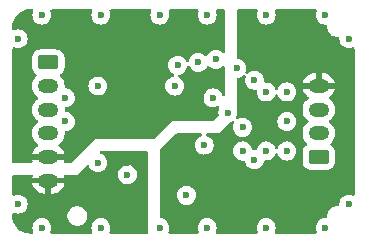
<source format=gbr>
%TF.GenerationSoftware,KiCad,Pcbnew,8.0.1*%
%TF.CreationDate,2024-04-17T01:28:12-04:00*%
%TF.ProjectId,ads1115_board,61647331-3131-4355-9f62-6f6172642e6b,rev?*%
%TF.SameCoordinates,Original*%
%TF.FileFunction,Copper,L3,Inr*%
%TF.FilePolarity,Positive*%
%FSLAX46Y46*%
G04 Gerber Fmt 4.6, Leading zero omitted, Abs format (unit mm)*
G04 Created by KiCad (PCBNEW 8.0.1) date 2024-04-17 01:28:12*
%MOMM*%
%LPD*%
G01*
G04 APERTURE LIST*
G04 Aperture macros list*
%AMRoundRect*
0 Rectangle with rounded corners*
0 $1 Rounding radius*
0 $2 $3 $4 $5 $6 $7 $8 $9 X,Y pos of 4 corners*
0 Add a 4 corners polygon primitive as box body*
4,1,4,$2,$3,$4,$5,$6,$7,$8,$9,$2,$3,0*
0 Add four circle primitives for the rounded corners*
1,1,$1+$1,$2,$3*
1,1,$1+$1,$4,$5*
1,1,$1+$1,$6,$7*
1,1,$1+$1,$8,$9*
0 Add four rect primitives between the rounded corners*
20,1,$1+$1,$2,$3,$4,$5,0*
20,1,$1+$1,$4,$5,$6,$7,0*
20,1,$1+$1,$6,$7,$8,$9,0*
20,1,$1+$1,$8,$9,$2,$3,0*%
G04 Aperture macros list end*
%TA.AperFunction,ComponentPad*%
%ADD10RoundRect,0.250000X0.625000X-0.350000X0.625000X0.350000X-0.625000X0.350000X-0.625000X-0.350000X0*%
%TD*%
%TA.AperFunction,ComponentPad*%
%ADD11O,1.750000X1.200000*%
%TD*%
%TA.AperFunction,ComponentPad*%
%ADD12RoundRect,0.250000X-0.625000X0.350000X-0.625000X-0.350000X0.625000X-0.350000X0.625000X0.350000X0*%
%TD*%
%TA.AperFunction,ViaPad*%
%ADD13C,0.600000*%
%TD*%
G04 APERTURE END LIST*
D10*
%TO.N,GND*%
%TO.C,J1*%
X156450000Y-103000000D03*
D11*
%TO.N,/SIG+*%
X156450000Y-101000000D03*
%TO.N,/SIG-*%
X156450000Y-99000000D03*
%TO.N,+4V*%
X156450000Y-97000000D03*
%TD*%
D12*
%TO.N,GND*%
%TO.C,J2*%
X133550000Y-95000000D03*
D11*
%TO.N,/SDA*%
X133550000Y-97000000D03*
%TO.N,/SCL*%
X133550000Y-99000000D03*
%TO.N,/RDY*%
X133550000Y-101000000D03*
%TO.N,+3V3*%
X133550000Y-103000000D03*
%TO.N,+5V*%
X133550000Y-105000000D03*
%TD*%
D13*
%TO.N,GND*%
X146750000Y-102000000D03*
X153750000Y-100000000D03*
X135000000Y-98000000D03*
X135000000Y-100000000D03*
X131000000Y-107000000D03*
X131000000Y-93000000D03*
X159000000Y-93000000D03*
X138000000Y-91000000D03*
X133000000Y-91000000D03*
X157000000Y-91000000D03*
X152000000Y-91000000D03*
X147000000Y-91000000D03*
X143000000Y-91000000D03*
X133000000Y-109000000D03*
X138000000Y-109000000D03*
X143000000Y-109000000D03*
X147000000Y-109000000D03*
X152000000Y-109000000D03*
X157000000Y-109000000D03*
X159000000Y-107000000D03*
X144500000Y-95250000D03*
X146250000Y-95000000D03*
X153750000Y-97500000D03*
X152000000Y-97500000D03*
X153750000Y-102500000D03*
X152000000Y-102500000D03*
X150000000Y-102500000D03*
X149500000Y-95500000D03*
X147750000Y-94750000D03*
X147500000Y-98000000D03*
X148750000Y-99250000D03*
X150000000Y-100500000D03*
%TO.N,+4V*%
X147000000Y-103000000D03*
%TO.N,GND*%
X140250000Y-104500000D03*
%TO.N,+3V3*%
X140250000Y-97000000D03*
X145750000Y-99500000D03*
%TO.N,GND*%
X151000000Y-96500000D03*
X151000000Y-103250000D03*
X145250000Y-106250000D03*
X137750000Y-103500000D03*
%TO.N,+4V*%
X143875000Y-102875000D03*
%TO.N,+5V*%
X140250000Y-103500000D03*
%TO.N,+3V3*%
X141250000Y-99500000D03*
X137750000Y-98000000D03*
%TO.N,GND*%
X137750000Y-97000000D03*
X144250000Y-97000000D03*
%TD*%
%TA.AperFunction,Conductor*%
%TO.N,+4V*%
G36*
X151218967Y-90520185D02*
G01*
X151264722Y-90572989D01*
X151274666Y-90642147D01*
X151268970Y-90665454D01*
X151214632Y-90820742D01*
X151214630Y-90820750D01*
X151194435Y-90999996D01*
X151194435Y-91000003D01*
X151214630Y-91179249D01*
X151214631Y-91179254D01*
X151274211Y-91349523D01*
X151370184Y-91502262D01*
X151497738Y-91629816D01*
X151650478Y-91725789D01*
X151745158Y-91758919D01*
X151820745Y-91785368D01*
X151820750Y-91785369D01*
X151999996Y-91805565D01*
X152000000Y-91805565D01*
X152000004Y-91805565D01*
X152179249Y-91785369D01*
X152179252Y-91785368D01*
X152179255Y-91785368D01*
X152349522Y-91725789D01*
X152502262Y-91629816D01*
X152629816Y-91502262D01*
X152725789Y-91349522D01*
X152785368Y-91179255D01*
X152785369Y-91179249D01*
X152805565Y-91000003D01*
X152805565Y-90999996D01*
X152785369Y-90820750D01*
X152785367Y-90820742D01*
X152731030Y-90665454D01*
X152727469Y-90595676D01*
X152762198Y-90535048D01*
X152824191Y-90502821D01*
X152848072Y-90500500D01*
X156151928Y-90500500D01*
X156218967Y-90520185D01*
X156264722Y-90572989D01*
X156274666Y-90642147D01*
X156268970Y-90665454D01*
X156214632Y-90820742D01*
X156214630Y-90820750D01*
X156194435Y-90999996D01*
X156194435Y-91000003D01*
X156214630Y-91179249D01*
X156214631Y-91179254D01*
X156274211Y-91349523D01*
X156370184Y-91502262D01*
X156497738Y-91629816D01*
X156650478Y-91725789D01*
X156745158Y-91758919D01*
X156820745Y-91785368D01*
X156820750Y-91785369D01*
X156999996Y-91805565D01*
X157000000Y-91805565D01*
X157000001Y-91805565D01*
X157013233Y-91804073D01*
X157035615Y-91801552D01*
X157104437Y-91813606D01*
X157155817Y-91860955D01*
X157173500Y-91924772D01*
X157173500Y-92081407D01*
X157205259Y-92241073D01*
X157205262Y-92241082D01*
X157267562Y-92391490D01*
X157267563Y-92391492D01*
X157358015Y-92526862D01*
X157358018Y-92526866D01*
X157473133Y-92641981D01*
X157473137Y-92641984D01*
X157608505Y-92732435D01*
X157608506Y-92732435D01*
X157608507Y-92732436D01*
X157608509Y-92732437D01*
X157708781Y-92773970D01*
X157758919Y-92794738D01*
X157758921Y-92794738D01*
X157758926Y-92794740D01*
X157918592Y-92826499D01*
X157918595Y-92826500D01*
X158075228Y-92826500D01*
X158142267Y-92846185D01*
X158188022Y-92898989D01*
X158198448Y-92964385D01*
X158194435Y-92999998D01*
X158194435Y-93000003D01*
X158214630Y-93179249D01*
X158214631Y-93179254D01*
X158274211Y-93349523D01*
X158370184Y-93502262D01*
X158497738Y-93629816D01*
X158650478Y-93725789D01*
X158820739Y-93785366D01*
X158820745Y-93785368D01*
X158820750Y-93785369D01*
X158999996Y-93805565D01*
X159000000Y-93805565D01*
X159000004Y-93805565D01*
X159179249Y-93785369D01*
X159179251Y-93785368D01*
X159179255Y-93785368D01*
X159179258Y-93785366D01*
X159179262Y-93785366D01*
X159334545Y-93731030D01*
X159404324Y-93727468D01*
X159464951Y-93762196D01*
X159497179Y-93824190D01*
X159499500Y-93848071D01*
X159499500Y-106151928D01*
X159479815Y-106218967D01*
X159427011Y-106264722D01*
X159357853Y-106274666D01*
X159334546Y-106268970D01*
X159179257Y-106214632D01*
X159179249Y-106214630D01*
X159000004Y-106194435D01*
X158999996Y-106194435D01*
X158820750Y-106214630D01*
X158820745Y-106214631D01*
X158650476Y-106274211D01*
X158497737Y-106370184D01*
X158370184Y-106497737D01*
X158274211Y-106650476D01*
X158214631Y-106820745D01*
X158214630Y-106820750D01*
X158194435Y-106999996D01*
X158194435Y-107000001D01*
X158198448Y-107035615D01*
X158186394Y-107104437D01*
X158139045Y-107155817D01*
X158075228Y-107173500D01*
X157918594Y-107173500D01*
X157758926Y-107205259D01*
X157758917Y-107205262D01*
X157608509Y-107267562D01*
X157608507Y-107267563D01*
X157473137Y-107358015D01*
X157473133Y-107358018D01*
X157358018Y-107473133D01*
X157358015Y-107473137D01*
X157267563Y-107608507D01*
X157267562Y-107608509D01*
X157205262Y-107758917D01*
X157205259Y-107758926D01*
X157173500Y-107918592D01*
X157173500Y-108075227D01*
X157153815Y-108142266D01*
X157101011Y-108188021D01*
X157035618Y-108198448D01*
X157024798Y-108197229D01*
X157000000Y-108194435D01*
X156999998Y-108194435D01*
X156999997Y-108194435D01*
X156999996Y-108194435D01*
X156820750Y-108214630D01*
X156820745Y-108214631D01*
X156650476Y-108274211D01*
X156497737Y-108370184D01*
X156370184Y-108497737D01*
X156274211Y-108650476D01*
X156214631Y-108820745D01*
X156214630Y-108820750D01*
X156194435Y-108999996D01*
X156194435Y-109000003D01*
X156214630Y-109179249D01*
X156214632Y-109179257D01*
X156268970Y-109334546D01*
X156272531Y-109404324D01*
X156237802Y-109464952D01*
X156175809Y-109497179D01*
X156151928Y-109499500D01*
X152848072Y-109499500D01*
X152781033Y-109479815D01*
X152735278Y-109427011D01*
X152725334Y-109357853D01*
X152731030Y-109334546D01*
X152785367Y-109179257D01*
X152785368Y-109179255D01*
X152785369Y-109179249D01*
X152805565Y-109000003D01*
X152805565Y-108999996D01*
X152785369Y-108820750D01*
X152785368Y-108820745D01*
X152725788Y-108650476D01*
X152629815Y-108497737D01*
X152502262Y-108370184D01*
X152349523Y-108274211D01*
X152179254Y-108214631D01*
X152179249Y-108214630D01*
X152000004Y-108194435D01*
X151999996Y-108194435D01*
X151820750Y-108214630D01*
X151820745Y-108214631D01*
X151650476Y-108274211D01*
X151497737Y-108370184D01*
X151370184Y-108497737D01*
X151274211Y-108650476D01*
X151214631Y-108820745D01*
X151214630Y-108820750D01*
X151194435Y-108999996D01*
X151194435Y-109000003D01*
X151214630Y-109179249D01*
X151214632Y-109179257D01*
X151268970Y-109334546D01*
X151272531Y-109404324D01*
X151237802Y-109464952D01*
X151175809Y-109497179D01*
X151151928Y-109499500D01*
X147848072Y-109499500D01*
X147781033Y-109479815D01*
X147735278Y-109427011D01*
X147725334Y-109357853D01*
X147731030Y-109334546D01*
X147785367Y-109179257D01*
X147785368Y-109179255D01*
X147785369Y-109179249D01*
X147805565Y-109000003D01*
X147805565Y-108999996D01*
X147785369Y-108820750D01*
X147785368Y-108820745D01*
X147725788Y-108650476D01*
X147629815Y-108497737D01*
X147502262Y-108370184D01*
X147349523Y-108274211D01*
X147179254Y-108214631D01*
X147179249Y-108214630D01*
X147000004Y-108194435D01*
X146999996Y-108194435D01*
X146820750Y-108214630D01*
X146820745Y-108214631D01*
X146650476Y-108274211D01*
X146497737Y-108370184D01*
X146370184Y-108497737D01*
X146274211Y-108650476D01*
X146214631Y-108820745D01*
X146214630Y-108820750D01*
X146194435Y-108999996D01*
X146194435Y-109000003D01*
X146214630Y-109179249D01*
X146214632Y-109179257D01*
X146268970Y-109334546D01*
X146272531Y-109404324D01*
X146237802Y-109464952D01*
X146175809Y-109497179D01*
X146151928Y-109499500D01*
X143848072Y-109499500D01*
X143781033Y-109479815D01*
X143735278Y-109427011D01*
X143725334Y-109357853D01*
X143731030Y-109334546D01*
X143785367Y-109179257D01*
X143785368Y-109179255D01*
X143785369Y-109179249D01*
X143805565Y-109000003D01*
X143805565Y-108999996D01*
X143785369Y-108820750D01*
X143785368Y-108820745D01*
X143725788Y-108650476D01*
X143629815Y-108497737D01*
X143502262Y-108370184D01*
X143349523Y-108274211D01*
X143179254Y-108214631D01*
X143179250Y-108214630D01*
X143110116Y-108206841D01*
X143045702Y-108179774D01*
X143006147Y-108122179D01*
X143000000Y-108083621D01*
X143000000Y-106250003D01*
X144444435Y-106250003D01*
X144464630Y-106429249D01*
X144464631Y-106429254D01*
X144524211Y-106599523D01*
X144620184Y-106752262D01*
X144747738Y-106879816D01*
X144900478Y-106975789D01*
X144969672Y-107000001D01*
X145070745Y-107035368D01*
X145070750Y-107035369D01*
X145249996Y-107055565D01*
X145250000Y-107055565D01*
X145250004Y-107055565D01*
X145429249Y-107035369D01*
X145429252Y-107035368D01*
X145429255Y-107035368D01*
X145599522Y-106975789D01*
X145752262Y-106879816D01*
X145879816Y-106752262D01*
X145975789Y-106599522D01*
X146035368Y-106429255D01*
X146042024Y-106370184D01*
X146055565Y-106250003D01*
X146055565Y-106249996D01*
X146035369Y-106070750D01*
X146035368Y-106070745D01*
X145975788Y-105900476D01*
X145879815Y-105747737D01*
X145752262Y-105620184D01*
X145599523Y-105524211D01*
X145429254Y-105464631D01*
X145429249Y-105464630D01*
X145250004Y-105444435D01*
X145249996Y-105444435D01*
X145070750Y-105464630D01*
X145070745Y-105464631D01*
X144900476Y-105524211D01*
X144747737Y-105620184D01*
X144620184Y-105747737D01*
X144524211Y-105900476D01*
X144464631Y-106070745D01*
X144464630Y-106070750D01*
X144444435Y-106249996D01*
X144444435Y-106250003D01*
X143000000Y-106250003D01*
X143000000Y-102451362D01*
X143019685Y-102384323D01*
X143036319Y-102363681D01*
X144363681Y-101036319D01*
X144425004Y-101002834D01*
X144451362Y-101000000D01*
X146454315Y-101000000D01*
X146521354Y-101019685D01*
X146567109Y-101072489D01*
X146577053Y-101141647D01*
X146548028Y-101205203D01*
X146495269Y-101241042D01*
X146400478Y-101274210D01*
X146247737Y-101370184D01*
X146120184Y-101497737D01*
X146024211Y-101650476D01*
X145964631Y-101820745D01*
X145964630Y-101820750D01*
X145944435Y-101999996D01*
X145944435Y-102000003D01*
X145964630Y-102179249D01*
X145964631Y-102179254D01*
X146024211Y-102349523D01*
X146083849Y-102444435D01*
X146120184Y-102502262D01*
X146247738Y-102629816D01*
X146400478Y-102725789D01*
X146570745Y-102785368D01*
X146570750Y-102785369D01*
X146749996Y-102805565D01*
X146750000Y-102805565D01*
X146750004Y-102805565D01*
X146929249Y-102785369D01*
X146929252Y-102785368D01*
X146929255Y-102785368D01*
X147099522Y-102725789D01*
X147252262Y-102629816D01*
X147379816Y-102502262D01*
X147381235Y-102500003D01*
X149194435Y-102500003D01*
X149214630Y-102679249D01*
X149214631Y-102679254D01*
X149274211Y-102849523D01*
X149370184Y-103002262D01*
X149497738Y-103129816D01*
X149650478Y-103225789D01*
X149802306Y-103278916D01*
X149820745Y-103285368D01*
X149820750Y-103285369D01*
X149999996Y-103305565D01*
X150000000Y-103305565D01*
X150000002Y-103305565D01*
X150029862Y-103302200D01*
X150074959Y-103297119D01*
X150143780Y-103309173D01*
X150195159Y-103356522D01*
X150212062Y-103406453D01*
X150214631Y-103429251D01*
X150214631Y-103429254D01*
X150274211Y-103599523D01*
X150318078Y-103669336D01*
X150370184Y-103752262D01*
X150497738Y-103879816D01*
X150650478Y-103975789D01*
X150819156Y-104034812D01*
X150820745Y-104035368D01*
X150820750Y-104035369D01*
X150999996Y-104055565D01*
X151000000Y-104055565D01*
X151000004Y-104055565D01*
X151179249Y-104035369D01*
X151179252Y-104035368D01*
X151179255Y-104035368D01*
X151349522Y-103975789D01*
X151502262Y-103879816D01*
X151629816Y-103752262D01*
X151725789Y-103599522D01*
X151785368Y-103429255D01*
X151787936Y-103406456D01*
X151790648Y-103400001D01*
X155074500Y-103400001D01*
X155074501Y-103400019D01*
X155085000Y-103502796D01*
X155085001Y-103502799D01*
X155117053Y-103599523D01*
X155140186Y-103669334D01*
X155232288Y-103818656D01*
X155356344Y-103942712D01*
X155505666Y-104034814D01*
X155672203Y-104089999D01*
X155774991Y-104100500D01*
X157125008Y-104100499D01*
X157227797Y-104089999D01*
X157394334Y-104034814D01*
X157543656Y-103942712D01*
X157667712Y-103818656D01*
X157759814Y-103669334D01*
X157814999Y-103502797D01*
X157825500Y-103400009D01*
X157825499Y-102599992D01*
X157814999Y-102497203D01*
X157759814Y-102330666D01*
X157667712Y-102181344D01*
X157543656Y-102057288D01*
X157543652Y-102057285D01*
X157479456Y-102017688D01*
X157432731Y-101965740D01*
X157421510Y-101896777D01*
X157449353Y-101832695D01*
X157456850Y-101824491D01*
X157564414Y-101716928D01*
X157666232Y-101576788D01*
X157744873Y-101422445D01*
X157798402Y-101257701D01*
X157825500Y-101086611D01*
X157825500Y-100913389D01*
X157798402Y-100742299D01*
X157744873Y-100577555D01*
X157666232Y-100423212D01*
X157564414Y-100283072D01*
X157441928Y-100160586D01*
X157358975Y-100100317D01*
X157316311Y-100044988D01*
X157310332Y-99975374D01*
X157342938Y-99913579D01*
X157358976Y-99899682D01*
X157441928Y-99839414D01*
X157564414Y-99716928D01*
X157666232Y-99576788D01*
X157744873Y-99422445D01*
X157798402Y-99257701D01*
X157825500Y-99086611D01*
X157825500Y-98913389D01*
X157798402Y-98742299D01*
X157744873Y-98577555D01*
X157666232Y-98423212D01*
X157564414Y-98283072D01*
X157441928Y-98160586D01*
X157358550Y-98100008D01*
X157315885Y-98044677D01*
X157309906Y-97975064D01*
X157342512Y-97913269D01*
X157358552Y-97899371D01*
X157441598Y-97839036D01*
X157564032Y-97716602D01*
X157665804Y-97576524D01*
X157744408Y-97422255D01*
X157797914Y-97257584D01*
X157799115Y-97250000D01*
X156730330Y-97250000D01*
X156750075Y-97230255D01*
X156799444Y-97144745D01*
X156825000Y-97049370D01*
X156825000Y-96950630D01*
X156799444Y-96855255D01*
X156750075Y-96769745D01*
X156730330Y-96750000D01*
X157799115Y-96750000D01*
X157799115Y-96749999D01*
X157797914Y-96742415D01*
X157744408Y-96577744D01*
X157665804Y-96423475D01*
X157564032Y-96283397D01*
X157441602Y-96160967D01*
X157301524Y-96059195D01*
X157147257Y-95980591D01*
X156982584Y-95927085D01*
X156811571Y-95900000D01*
X156700000Y-95900000D01*
X156700000Y-96719670D01*
X156680255Y-96699925D01*
X156594745Y-96650556D01*
X156499370Y-96625000D01*
X156400630Y-96625000D01*
X156305255Y-96650556D01*
X156219745Y-96699925D01*
X156200000Y-96719670D01*
X156200000Y-95900000D01*
X156088429Y-95900000D01*
X155917415Y-95927085D01*
X155752742Y-95980591D01*
X155598475Y-96059195D01*
X155458397Y-96160967D01*
X155335967Y-96283397D01*
X155234195Y-96423475D01*
X155155591Y-96577744D01*
X155102085Y-96742415D01*
X155100884Y-96749999D01*
X155100885Y-96750000D01*
X156169670Y-96750000D01*
X156149925Y-96769745D01*
X156100556Y-96855255D01*
X156075000Y-96950630D01*
X156075000Y-97049370D01*
X156100556Y-97144745D01*
X156149925Y-97230255D01*
X156169670Y-97250000D01*
X155100885Y-97250000D01*
X155102085Y-97257584D01*
X155155591Y-97422255D01*
X155234195Y-97576524D01*
X155335967Y-97716602D01*
X155458401Y-97839036D01*
X155541447Y-97899371D01*
X155584114Y-97954701D01*
X155590093Y-98024314D01*
X155557488Y-98086109D01*
X155541450Y-98100007D01*
X155458072Y-98160585D01*
X155335588Y-98283069D01*
X155335588Y-98283070D01*
X155335586Y-98283072D01*
X155319244Y-98305565D01*
X155233768Y-98423211D01*
X155155128Y-98577552D01*
X155101597Y-98742302D01*
X155074500Y-98913389D01*
X155074500Y-99086610D01*
X155100378Y-99250003D01*
X155101598Y-99257701D01*
X155155127Y-99422445D01*
X155233768Y-99576788D01*
X155335586Y-99716928D01*
X155458072Y-99839414D01*
X155475257Y-99851899D01*
X155541023Y-99899683D01*
X155583689Y-99955013D01*
X155589667Y-100024626D01*
X155557061Y-100086421D01*
X155541023Y-100100317D01*
X155458078Y-100160581D01*
X155458069Y-100160588D01*
X155335588Y-100283069D01*
X155335588Y-100283070D01*
X155335586Y-100283072D01*
X155333918Y-100285368D01*
X155233768Y-100423211D01*
X155155128Y-100577552D01*
X155101597Y-100742302D01*
X155074500Y-100913389D01*
X155074500Y-101086610D01*
X155096543Y-101225789D01*
X155101598Y-101257701D01*
X155155127Y-101422445D01*
X155233768Y-101576788D01*
X155335586Y-101716928D01*
X155335588Y-101716930D01*
X155443127Y-101824469D01*
X155476612Y-101885792D01*
X155471628Y-101955484D01*
X155429756Y-102011417D01*
X155420544Y-102017688D01*
X155356344Y-102057287D01*
X155232289Y-102181342D01*
X155140187Y-102330663D01*
X155140185Y-102330668D01*
X155133937Y-102349523D01*
X155085001Y-102497203D01*
X155085001Y-102497204D01*
X155085000Y-102497204D01*
X155074500Y-102599983D01*
X155074500Y-103400001D01*
X151790648Y-103400001D01*
X151815002Y-103342043D01*
X151872596Y-103302487D01*
X151925039Y-103297119D01*
X151962710Y-103301363D01*
X151999998Y-103305565D01*
X152000000Y-103305565D01*
X152000004Y-103305565D01*
X152179249Y-103285369D01*
X152179252Y-103285368D01*
X152179255Y-103285368D01*
X152349522Y-103225789D01*
X152502262Y-103129816D01*
X152629816Y-103002262D01*
X152725789Y-102849522D01*
X152757958Y-102757587D01*
X152798680Y-102700812D01*
X152863633Y-102675065D01*
X152932194Y-102688521D01*
X152982597Y-102736908D01*
X152992042Y-102757588D01*
X153024211Y-102849523D01*
X153120184Y-103002262D01*
X153247738Y-103129816D01*
X153400478Y-103225789D01*
X153552306Y-103278916D01*
X153570745Y-103285368D01*
X153570750Y-103285369D01*
X153749996Y-103305565D01*
X153750000Y-103305565D01*
X153750004Y-103305565D01*
X153929249Y-103285369D01*
X153929252Y-103285368D01*
X153929255Y-103285368D01*
X154099522Y-103225789D01*
X154252262Y-103129816D01*
X154379816Y-103002262D01*
X154475789Y-102849522D01*
X154535368Y-102679255D01*
X154535840Y-102675065D01*
X154555565Y-102500003D01*
X154555565Y-102499996D01*
X154535369Y-102320750D01*
X154535368Y-102320745D01*
X154532125Y-102311478D01*
X154475789Y-102150478D01*
X154379816Y-101997738D01*
X154252262Y-101870184D01*
X154192599Y-101832695D01*
X154099523Y-101774211D01*
X153929254Y-101714631D01*
X153929249Y-101714630D01*
X153750004Y-101694435D01*
X153749996Y-101694435D01*
X153570750Y-101714630D01*
X153570745Y-101714631D01*
X153400476Y-101774211D01*
X153247737Y-101870184D01*
X153120184Y-101997737D01*
X153024209Y-102150480D01*
X152992041Y-102242411D01*
X152951320Y-102299187D01*
X152886367Y-102324934D01*
X152817805Y-102311478D01*
X152767403Y-102263090D01*
X152757959Y-102242411D01*
X152725790Y-102150480D01*
X152725789Y-102150478D01*
X152629816Y-101997738D01*
X152502262Y-101870184D01*
X152442599Y-101832695D01*
X152349523Y-101774211D01*
X152179254Y-101714631D01*
X152179249Y-101714630D01*
X152000004Y-101694435D01*
X151999996Y-101694435D01*
X151820750Y-101714630D01*
X151820745Y-101714631D01*
X151650476Y-101774211D01*
X151497737Y-101870184D01*
X151370184Y-101997737D01*
X151274210Y-102150478D01*
X151214631Y-102320747D01*
X151214630Y-102320751D01*
X151212062Y-102343546D01*
X151184994Y-102407959D01*
X151127398Y-102447513D01*
X151074959Y-102452880D01*
X151000004Y-102444435D01*
X150999996Y-102444435D01*
X150925040Y-102452880D01*
X150856218Y-102440825D01*
X150804839Y-102393476D01*
X150787936Y-102343542D01*
X150785368Y-102320745D01*
X150725789Y-102150478D01*
X150629816Y-101997738D01*
X150502262Y-101870184D01*
X150442599Y-101832695D01*
X150349523Y-101774211D01*
X150179254Y-101714631D01*
X150179249Y-101714630D01*
X150000004Y-101694435D01*
X149999996Y-101694435D01*
X149820750Y-101714630D01*
X149820745Y-101714631D01*
X149650476Y-101774211D01*
X149497737Y-101870184D01*
X149370184Y-101997737D01*
X149274211Y-102150476D01*
X149214631Y-102320745D01*
X149214630Y-102320750D01*
X149194435Y-102499996D01*
X149194435Y-102500003D01*
X147381235Y-102500003D01*
X147475789Y-102349522D01*
X147535368Y-102179255D01*
X147538610Y-102150480D01*
X147555565Y-102000003D01*
X147555565Y-101999996D01*
X147535369Y-101820750D01*
X147535368Y-101820745D01*
X147519085Y-101774211D01*
X147475789Y-101650478D01*
X147379816Y-101497738D01*
X147252262Y-101370184D01*
X147117280Y-101285369D01*
X147099521Y-101274210D01*
X147004731Y-101241042D01*
X146947954Y-101200320D01*
X146922207Y-101135367D01*
X146935663Y-101066806D01*
X146984050Y-101016403D01*
X147045685Y-101000000D01*
X148000000Y-101000000D01*
X148963665Y-100036334D01*
X149010383Y-100006980D01*
X149099522Y-99975789D01*
X149109538Y-99969495D01*
X149176773Y-99950494D01*
X149243608Y-99970860D01*
X149288824Y-100024127D01*
X149298063Y-100093383D01*
X149280506Y-100140458D01*
X149274211Y-100150475D01*
X149214631Y-100320745D01*
X149214630Y-100320750D01*
X149194435Y-100499996D01*
X149194435Y-100500003D01*
X149214630Y-100679249D01*
X149214631Y-100679254D01*
X149274211Y-100849523D01*
X149314341Y-100913389D01*
X149370184Y-101002262D01*
X149497738Y-101129816D01*
X149516567Y-101141647D01*
X149632721Y-101214632D01*
X149650478Y-101225789D01*
X149788857Y-101274210D01*
X149820745Y-101285368D01*
X149820750Y-101285369D01*
X149999996Y-101305565D01*
X150000000Y-101305565D01*
X150000004Y-101305565D01*
X150179249Y-101285369D01*
X150179252Y-101285368D01*
X150179255Y-101285368D01*
X150349522Y-101225789D01*
X150502262Y-101129816D01*
X150629816Y-101002262D01*
X150725789Y-100849522D01*
X150785368Y-100679255D01*
X150785369Y-100679249D01*
X150805565Y-100500003D01*
X150805565Y-100499996D01*
X150785369Y-100320750D01*
X150785368Y-100320745D01*
X150752141Y-100225789D01*
X150725789Y-100150478D01*
X150631239Y-100000003D01*
X152944435Y-100000003D01*
X152964630Y-100179249D01*
X152964631Y-100179254D01*
X153024211Y-100349523D01*
X153118760Y-100499996D01*
X153120184Y-100502262D01*
X153247738Y-100629816D01*
X153400478Y-100725789D01*
X153570745Y-100785368D01*
X153570750Y-100785369D01*
X153749996Y-100805565D01*
X153750000Y-100805565D01*
X153750004Y-100805565D01*
X153929249Y-100785369D01*
X153929252Y-100785368D01*
X153929255Y-100785368D01*
X154099522Y-100725789D01*
X154252262Y-100629816D01*
X154379816Y-100502262D01*
X154475789Y-100349522D01*
X154535368Y-100179255D01*
X154535369Y-100179249D01*
X154555565Y-100000003D01*
X154555565Y-99999996D01*
X154535369Y-99820750D01*
X154535368Y-99820745D01*
X154502168Y-99725864D01*
X154475789Y-99650478D01*
X154379816Y-99497738D01*
X154252262Y-99370184D01*
X154099523Y-99274211D01*
X153929254Y-99214631D01*
X153929249Y-99214630D01*
X153750004Y-99194435D01*
X153749996Y-99194435D01*
X153570750Y-99214630D01*
X153570745Y-99214631D01*
X153400476Y-99274211D01*
X153247737Y-99370184D01*
X153120184Y-99497737D01*
X153024211Y-99650476D01*
X152964631Y-99820745D01*
X152964630Y-99820750D01*
X152944435Y-99999996D01*
X152944435Y-100000003D01*
X150631239Y-100000003D01*
X150629816Y-99997738D01*
X150502262Y-99870184D01*
X150469379Y-99849522D01*
X150349523Y-99774211D01*
X150179254Y-99714631D01*
X150179249Y-99714630D01*
X150000004Y-99694435D01*
X149999996Y-99694435D01*
X149820750Y-99714630D01*
X149820745Y-99714631D01*
X149650473Y-99774212D01*
X149640457Y-99780506D01*
X149573220Y-99799504D01*
X149506385Y-99779134D01*
X149461173Y-99725864D01*
X149451938Y-99656608D01*
X149469498Y-99609534D01*
X149475788Y-99599523D01*
X149475789Y-99599522D01*
X149535368Y-99429255D01*
X149536135Y-99422447D01*
X149555565Y-99250003D01*
X149555565Y-99249996D01*
X149535369Y-99070750D01*
X149535367Y-99070742D01*
X149506958Y-98989552D01*
X149500000Y-98948598D01*
X149500000Y-96416378D01*
X149519685Y-96349339D01*
X149572489Y-96303584D01*
X149610117Y-96293158D01*
X149679250Y-96285369D01*
X149679253Y-96285368D01*
X149679255Y-96285368D01*
X149849522Y-96225789D01*
X150002262Y-96129816D01*
X150047555Y-96084522D01*
X150108876Y-96051038D01*
X150178567Y-96056022D01*
X150234501Y-96097893D01*
X150258919Y-96163357D01*
X150252277Y-96213158D01*
X150214632Y-96320742D01*
X150214630Y-96320750D01*
X150194435Y-96499996D01*
X150194435Y-96500003D01*
X150214630Y-96679249D01*
X150214631Y-96679254D01*
X150274211Y-96849523D01*
X150337741Y-96950630D01*
X150370184Y-97002262D01*
X150497738Y-97129816D01*
X150530625Y-97150480D01*
X150632721Y-97214632D01*
X150650478Y-97225789D01*
X150788860Y-97274211D01*
X150820745Y-97285368D01*
X150820750Y-97285369D01*
X150999996Y-97305565D01*
X151000000Y-97305565D01*
X151000002Y-97305565D01*
X151029449Y-97302246D01*
X151064610Y-97298285D01*
X151133432Y-97310339D01*
X151184811Y-97357688D01*
X151202436Y-97425298D01*
X151201714Y-97435388D01*
X151194435Y-97499995D01*
X151194435Y-97500003D01*
X151214630Y-97679249D01*
X151214631Y-97679254D01*
X151274211Y-97849523D01*
X151305533Y-97899371D01*
X151370184Y-98002262D01*
X151497738Y-98129816D01*
X151650478Y-98225789D01*
X151814175Y-98283069D01*
X151820745Y-98285368D01*
X151820750Y-98285369D01*
X151999996Y-98305565D01*
X152000000Y-98305565D01*
X152000004Y-98305565D01*
X152179249Y-98285369D01*
X152179252Y-98285368D01*
X152179255Y-98285368D01*
X152349522Y-98225789D01*
X152502262Y-98129816D01*
X152629816Y-98002262D01*
X152725789Y-97849522D01*
X152757958Y-97757587D01*
X152798680Y-97700812D01*
X152863633Y-97675065D01*
X152932194Y-97688521D01*
X152982597Y-97736908D01*
X152992042Y-97757588D01*
X153024211Y-97849523D01*
X153055533Y-97899371D01*
X153120184Y-98002262D01*
X153247738Y-98129816D01*
X153400478Y-98225789D01*
X153564175Y-98283069D01*
X153570745Y-98285368D01*
X153570750Y-98285369D01*
X153749996Y-98305565D01*
X153750000Y-98305565D01*
X153750004Y-98305565D01*
X153929249Y-98285369D01*
X153929252Y-98285368D01*
X153929255Y-98285368D01*
X154099522Y-98225789D01*
X154252262Y-98129816D01*
X154379816Y-98002262D01*
X154475789Y-97849522D01*
X154535368Y-97679255D01*
X154535840Y-97675065D01*
X154555565Y-97500003D01*
X154555565Y-97499996D01*
X154535369Y-97320750D01*
X154535368Y-97320745D01*
X154528135Y-97300075D01*
X154475789Y-97150478D01*
X154379816Y-96997738D01*
X154252262Y-96870184D01*
X154219379Y-96849522D01*
X154099523Y-96774211D01*
X153929254Y-96714631D01*
X153929249Y-96714630D01*
X153750004Y-96694435D01*
X153749996Y-96694435D01*
X153570750Y-96714630D01*
X153570745Y-96714631D01*
X153400476Y-96774211D01*
X153247737Y-96870184D01*
X153120184Y-96997737D01*
X153024209Y-97150480D01*
X152992041Y-97242411D01*
X152951320Y-97299187D01*
X152886367Y-97324934D01*
X152817805Y-97311478D01*
X152767403Y-97263090D01*
X152757959Y-97242411D01*
X152725790Y-97150480D01*
X152725789Y-97150478D01*
X152629816Y-96997738D01*
X152502262Y-96870184D01*
X152469379Y-96849522D01*
X152349523Y-96774211D01*
X152179254Y-96714631D01*
X152179249Y-96714630D01*
X152000004Y-96694435D01*
X151999996Y-96694435D01*
X151935388Y-96701714D01*
X151866566Y-96689659D01*
X151815187Y-96642310D01*
X151797563Y-96574699D01*
X151798285Y-96564610D01*
X151805565Y-96500002D01*
X151805565Y-96499996D01*
X151785369Y-96320750D01*
X151785368Y-96320745D01*
X151748237Y-96214632D01*
X151725789Y-96150478D01*
X151629816Y-95997738D01*
X151502262Y-95870184D01*
X151399422Y-95805565D01*
X151349523Y-95774211D01*
X151179254Y-95714631D01*
X151179249Y-95714630D01*
X151000004Y-95694435D01*
X150999996Y-95694435D01*
X150820750Y-95714630D01*
X150820745Y-95714631D01*
X150650476Y-95774211D01*
X150497737Y-95870184D01*
X150452444Y-95915477D01*
X150391121Y-95948961D01*
X150321429Y-95943976D01*
X150265496Y-95902104D01*
X150241080Y-95836640D01*
X150247723Y-95786840D01*
X150285366Y-95679262D01*
X150285369Y-95679249D01*
X150305565Y-95500003D01*
X150305565Y-95499996D01*
X150285369Y-95320750D01*
X150285368Y-95320745D01*
X150260613Y-95250000D01*
X150225789Y-95150478D01*
X150129816Y-94997738D01*
X150002262Y-94870184D01*
X149849523Y-94774211D01*
X149679254Y-94714631D01*
X149679250Y-94714630D01*
X149610116Y-94706841D01*
X149545702Y-94679774D01*
X149506147Y-94622179D01*
X149500000Y-94583621D01*
X149500000Y-90624500D01*
X149519685Y-90557461D01*
X149572489Y-90511706D01*
X149624000Y-90500500D01*
X151151928Y-90500500D01*
X151218967Y-90520185D01*
G37*
%TD.AperFunction*%
%TD*%
%TA.AperFunction,Conductor*%
%TO.N,+3V3*%
G36*
X132218967Y-90520185D02*
G01*
X132264722Y-90572989D01*
X132274666Y-90642147D01*
X132268970Y-90665454D01*
X132214632Y-90820742D01*
X132214630Y-90820750D01*
X132194435Y-90999996D01*
X132194435Y-91000003D01*
X132214630Y-91179249D01*
X132214631Y-91179254D01*
X132274211Y-91349523D01*
X132296748Y-91385390D01*
X132370184Y-91502262D01*
X132497738Y-91629816D01*
X132650478Y-91725789D01*
X132799491Y-91777931D01*
X132820745Y-91785368D01*
X132820750Y-91785369D01*
X132999996Y-91805565D01*
X133000000Y-91805565D01*
X133000004Y-91805565D01*
X133179249Y-91785369D01*
X133179252Y-91785368D01*
X133179255Y-91785368D01*
X133349522Y-91725789D01*
X133502262Y-91629816D01*
X133629816Y-91502262D01*
X133725789Y-91349522D01*
X133785368Y-91179255D01*
X133785369Y-91179249D01*
X133805565Y-91000003D01*
X133805565Y-90999996D01*
X133785369Y-90820750D01*
X133785367Y-90820742D01*
X133731030Y-90665454D01*
X133727469Y-90595676D01*
X133762198Y-90535048D01*
X133824191Y-90502821D01*
X133848072Y-90500500D01*
X137151928Y-90500500D01*
X137218967Y-90520185D01*
X137264722Y-90572989D01*
X137274666Y-90642147D01*
X137268970Y-90665454D01*
X137214632Y-90820742D01*
X137214630Y-90820750D01*
X137194435Y-90999996D01*
X137194435Y-91000003D01*
X137214630Y-91179249D01*
X137214631Y-91179254D01*
X137274211Y-91349523D01*
X137296748Y-91385390D01*
X137370184Y-91502262D01*
X137497738Y-91629816D01*
X137650478Y-91725789D01*
X137799491Y-91777931D01*
X137820745Y-91785368D01*
X137820750Y-91785369D01*
X137999996Y-91805565D01*
X138000000Y-91805565D01*
X138000004Y-91805565D01*
X138179249Y-91785369D01*
X138179252Y-91785368D01*
X138179255Y-91785368D01*
X138349522Y-91725789D01*
X138502262Y-91629816D01*
X138629816Y-91502262D01*
X138725789Y-91349522D01*
X138785368Y-91179255D01*
X138785369Y-91179249D01*
X138805565Y-91000003D01*
X138805565Y-90999996D01*
X138785369Y-90820750D01*
X138785367Y-90820742D01*
X138731030Y-90665454D01*
X138727469Y-90595676D01*
X138762198Y-90535048D01*
X138824191Y-90502821D01*
X138848072Y-90500500D01*
X142151928Y-90500500D01*
X142218967Y-90520185D01*
X142264722Y-90572989D01*
X142274666Y-90642147D01*
X142268970Y-90665454D01*
X142214632Y-90820742D01*
X142214630Y-90820750D01*
X142194435Y-90999996D01*
X142194435Y-91000003D01*
X142214630Y-91179249D01*
X142214631Y-91179254D01*
X142274211Y-91349523D01*
X142296748Y-91385390D01*
X142370184Y-91502262D01*
X142497738Y-91629816D01*
X142650478Y-91725789D01*
X142799491Y-91777931D01*
X142820745Y-91785368D01*
X142820750Y-91785369D01*
X142999996Y-91805565D01*
X143000000Y-91805565D01*
X143000004Y-91805565D01*
X143179249Y-91785369D01*
X143179252Y-91785368D01*
X143179255Y-91785368D01*
X143349522Y-91725789D01*
X143502262Y-91629816D01*
X143629816Y-91502262D01*
X143725789Y-91349522D01*
X143785368Y-91179255D01*
X143785369Y-91179249D01*
X143805565Y-91000003D01*
X143805565Y-90999996D01*
X143785369Y-90820750D01*
X143785367Y-90820742D01*
X143731030Y-90665454D01*
X143727469Y-90595676D01*
X143762198Y-90535048D01*
X143824191Y-90502821D01*
X143848072Y-90500500D01*
X146151928Y-90500500D01*
X146218967Y-90520185D01*
X146264722Y-90572989D01*
X146274666Y-90642147D01*
X146268970Y-90665454D01*
X146214632Y-90820742D01*
X146214630Y-90820750D01*
X146194435Y-90999996D01*
X146194435Y-91000003D01*
X146214630Y-91179249D01*
X146214631Y-91179254D01*
X146274211Y-91349523D01*
X146296748Y-91385390D01*
X146370184Y-91502262D01*
X146497738Y-91629816D01*
X146650478Y-91725789D01*
X146799491Y-91777931D01*
X146820745Y-91785368D01*
X146820750Y-91785369D01*
X146999996Y-91805565D01*
X147000000Y-91805565D01*
X147000004Y-91805565D01*
X147179249Y-91785369D01*
X147179252Y-91785368D01*
X147179255Y-91785368D01*
X147349522Y-91725789D01*
X147502262Y-91629816D01*
X147629816Y-91502262D01*
X147725789Y-91349522D01*
X147785368Y-91179255D01*
X147785369Y-91179249D01*
X147805565Y-91000003D01*
X147805565Y-90999996D01*
X147785369Y-90820750D01*
X147785367Y-90820742D01*
X147731030Y-90665454D01*
X147727469Y-90595676D01*
X147762198Y-90535048D01*
X147824191Y-90502821D01*
X147848072Y-90500500D01*
X148376000Y-90500500D01*
X148443039Y-90520185D01*
X148488794Y-90572989D01*
X148500000Y-90624500D01*
X148500000Y-94068560D01*
X148480315Y-94135599D01*
X148427511Y-94181354D01*
X148358353Y-94191298D01*
X148294797Y-94162273D01*
X148288319Y-94156241D01*
X148252262Y-94120184D01*
X148099523Y-94024211D01*
X147929254Y-93964631D01*
X147929249Y-93964630D01*
X147750004Y-93944435D01*
X147749996Y-93944435D01*
X147570750Y-93964630D01*
X147570745Y-93964631D01*
X147400476Y-94024211D01*
X147247737Y-94120184D01*
X147120184Y-94247737D01*
X147024205Y-94400485D01*
X147021485Y-94406135D01*
X146974660Y-94457993D01*
X146907232Y-94476302D01*
X146840609Y-94455251D01*
X146822087Y-94440009D01*
X146752262Y-94370184D01*
X146599523Y-94274211D01*
X146429254Y-94214631D01*
X146429249Y-94214630D01*
X146250004Y-94194435D01*
X146249996Y-94194435D01*
X146070750Y-94214630D01*
X146070745Y-94214631D01*
X145900476Y-94274211D01*
X145747737Y-94370184D01*
X145620184Y-94497737D01*
X145524211Y-94650476D01*
X145464631Y-94820745D01*
X145464630Y-94820749D01*
X145460256Y-94859577D01*
X145433189Y-94923991D01*
X145375594Y-94963546D01*
X145305757Y-94965683D01*
X145245851Y-94929725D01*
X145229841Y-94906155D01*
X145229494Y-94906374D01*
X145129815Y-94747737D01*
X145002262Y-94620184D01*
X144849523Y-94524211D01*
X144679254Y-94464631D01*
X144679249Y-94464630D01*
X144500004Y-94444435D01*
X144499996Y-94444435D01*
X144320750Y-94464630D01*
X144320745Y-94464631D01*
X144150476Y-94524211D01*
X143997737Y-94620184D01*
X143870184Y-94747737D01*
X143774211Y-94900476D01*
X143714631Y-95070745D01*
X143714630Y-95070750D01*
X143694435Y-95249996D01*
X143694435Y-95250003D01*
X143714630Y-95429249D01*
X143714631Y-95429254D01*
X143774211Y-95599523D01*
X143818078Y-95669336D01*
X143870184Y-95752262D01*
X143997738Y-95879816D01*
X144086320Y-95935476D01*
X144156374Y-95979494D01*
X144155558Y-95980791D01*
X144201354Y-96022138D01*
X144219667Y-96089565D01*
X144198619Y-96156189D01*
X144144893Y-96200858D01*
X144109577Y-96210256D01*
X144070749Y-96214630D01*
X144070745Y-96214631D01*
X143900476Y-96274211D01*
X143747737Y-96370184D01*
X143620184Y-96497737D01*
X143524211Y-96650476D01*
X143464631Y-96820745D01*
X143464630Y-96820750D01*
X143444435Y-96999996D01*
X143444435Y-97000003D01*
X143464630Y-97179249D01*
X143464631Y-97179254D01*
X143524211Y-97349523D01*
X143570033Y-97422447D01*
X143620184Y-97502262D01*
X143747738Y-97629816D01*
X143780625Y-97650480D01*
X143886375Y-97716928D01*
X143900478Y-97725789D01*
X144070745Y-97785368D01*
X144070750Y-97785369D01*
X144249996Y-97805565D01*
X144250000Y-97805565D01*
X144250004Y-97805565D01*
X144429249Y-97785369D01*
X144429252Y-97785368D01*
X144429255Y-97785368D01*
X144599522Y-97725789D01*
X144752262Y-97629816D01*
X144879816Y-97502262D01*
X144975789Y-97349522D01*
X145035368Y-97179255D01*
X145035369Y-97179249D01*
X145055565Y-97000003D01*
X145055565Y-96999996D01*
X145035369Y-96820750D01*
X145035368Y-96820745D01*
X144975789Y-96650478D01*
X144879816Y-96497738D01*
X144752262Y-96370184D01*
X144613626Y-96283073D01*
X144593626Y-96270506D01*
X144594440Y-96269210D01*
X144548640Y-96227852D01*
X144530332Y-96160424D01*
X144551385Y-96093802D01*
X144605115Y-96049138D01*
X144640418Y-96039743D01*
X144679255Y-96035368D01*
X144849522Y-95975789D01*
X145002262Y-95879816D01*
X145129816Y-95752262D01*
X145225789Y-95599522D01*
X145285368Y-95429255D01*
X145289743Y-95390421D01*
X145316808Y-95326011D01*
X145374402Y-95286454D01*
X145444239Y-95284315D01*
X145504146Y-95320272D01*
X145520159Y-95343843D01*
X145520506Y-95343626D01*
X145603549Y-95475788D01*
X145620184Y-95502262D01*
X145747738Y-95629816D01*
X145900478Y-95725789D01*
X146070745Y-95785368D01*
X146070750Y-95785369D01*
X146249996Y-95805565D01*
X146250000Y-95805565D01*
X146250004Y-95805565D01*
X146429249Y-95785369D01*
X146429252Y-95785368D01*
X146429255Y-95785368D01*
X146599522Y-95725789D01*
X146752262Y-95629816D01*
X146879816Y-95502262D01*
X146975789Y-95349522D01*
X146975791Y-95349514D01*
X146978508Y-95343875D01*
X147025328Y-95292013D01*
X147092754Y-95273697D01*
X147159379Y-95294741D01*
X147177912Y-95309990D01*
X147247738Y-95379816D01*
X147400478Y-95475789D01*
X147570745Y-95535368D01*
X147570750Y-95535369D01*
X147749996Y-95555565D01*
X147750000Y-95555565D01*
X147750004Y-95555565D01*
X147929249Y-95535369D01*
X147929252Y-95535368D01*
X147929255Y-95535368D01*
X148099522Y-95475789D01*
X148252262Y-95379816D01*
X148288319Y-95343759D01*
X148349642Y-95310274D01*
X148419334Y-95315258D01*
X148475267Y-95357130D01*
X148499684Y-95422594D01*
X148500000Y-95431440D01*
X148500000Y-97704314D01*
X148480315Y-97771353D01*
X148427511Y-97817108D01*
X148358353Y-97827052D01*
X148294797Y-97798027D01*
X148258959Y-97745269D01*
X148225790Y-97650480D01*
X148225789Y-97650478D01*
X148129816Y-97497738D01*
X148002262Y-97370184D01*
X147969379Y-97349522D01*
X147849523Y-97274211D01*
X147679254Y-97214631D01*
X147679249Y-97214630D01*
X147500004Y-97194435D01*
X147499996Y-97194435D01*
X147320750Y-97214630D01*
X147320745Y-97214631D01*
X147150476Y-97274211D01*
X146997737Y-97370184D01*
X146870184Y-97497737D01*
X146774211Y-97650476D01*
X146714631Y-97820745D01*
X146714630Y-97820750D01*
X146694435Y-97999996D01*
X146694435Y-98000003D01*
X146714630Y-98179249D01*
X146714631Y-98179254D01*
X146774211Y-98349523D01*
X146833849Y-98444435D01*
X146870184Y-98502262D01*
X146997738Y-98629816D01*
X147088080Y-98686582D01*
X147142633Y-98720860D01*
X147150478Y-98725789D01*
X147213205Y-98747738D01*
X147320745Y-98785368D01*
X147320750Y-98785369D01*
X147499996Y-98805565D01*
X147500000Y-98805565D01*
X147500004Y-98805565D01*
X147679249Y-98785369D01*
X147679252Y-98785368D01*
X147679255Y-98785368D01*
X147849522Y-98725789D01*
X147859534Y-98719497D01*
X147926770Y-98700495D01*
X147993606Y-98720860D01*
X148038822Y-98774126D01*
X148048062Y-98843382D01*
X148030506Y-98890457D01*
X148024212Y-98900473D01*
X147964631Y-99070745D01*
X147964630Y-99070750D01*
X147944435Y-99249996D01*
X147944435Y-99250003D01*
X147964630Y-99429251D01*
X147966405Y-99434322D01*
X147969965Y-99504101D01*
X147937043Y-99562955D01*
X147536319Y-99963681D01*
X147474996Y-99997166D01*
X147448638Y-100000000D01*
X143999999Y-100000000D01*
X142536319Y-101463681D01*
X142474996Y-101497166D01*
X142448638Y-101500000D01*
X137499999Y-101500000D01*
X135536319Y-103463681D01*
X135474996Y-103497166D01*
X135448638Y-103500000D01*
X134989820Y-103500000D01*
X134922781Y-103480315D01*
X134877026Y-103427511D01*
X134867082Y-103358353D01*
X134871889Y-103337682D01*
X134897914Y-103257584D01*
X134899115Y-103250000D01*
X133830330Y-103250000D01*
X133850075Y-103230255D01*
X133899444Y-103144745D01*
X133925000Y-103049370D01*
X133925000Y-102950630D01*
X133899444Y-102855255D01*
X133850075Y-102769745D01*
X133830330Y-102750000D01*
X134899115Y-102750000D01*
X134899115Y-102749999D01*
X134897914Y-102742415D01*
X134844408Y-102577744D01*
X134765804Y-102423475D01*
X134664032Y-102283397D01*
X134541602Y-102160967D01*
X134458551Y-102100628D01*
X134415885Y-102045298D01*
X134409906Y-101975685D01*
X134442511Y-101913889D01*
X134458551Y-101899991D01*
X134541928Y-101839414D01*
X134664414Y-101716928D01*
X134766232Y-101576788D01*
X134844873Y-101422445D01*
X134898402Y-101257701D01*
X134925500Y-101086611D01*
X134925500Y-100924772D01*
X134945185Y-100857733D01*
X134997989Y-100811978D01*
X135035617Y-100801552D01*
X135179249Y-100785369D01*
X135179252Y-100785368D01*
X135179255Y-100785368D01*
X135349522Y-100725789D01*
X135502262Y-100629816D01*
X135629816Y-100502262D01*
X135725789Y-100349522D01*
X135785368Y-100179255D01*
X135787472Y-100160588D01*
X135805565Y-100000000D01*
X135805565Y-99999996D01*
X135785369Y-99820750D01*
X135785368Y-99820745D01*
X135761405Y-99752262D01*
X135725789Y-99650478D01*
X135629816Y-99497738D01*
X135502262Y-99370184D01*
X135349523Y-99274211D01*
X135179254Y-99214631D01*
X135179250Y-99214630D01*
X135035616Y-99198447D01*
X134971202Y-99171380D01*
X134931647Y-99113785D01*
X134925500Y-99075227D01*
X134925500Y-98924772D01*
X134945185Y-98857733D01*
X134997989Y-98811978D01*
X135035617Y-98801552D01*
X135179249Y-98785369D01*
X135179252Y-98785368D01*
X135179255Y-98785368D01*
X135349522Y-98725789D01*
X135502262Y-98629816D01*
X135629816Y-98502262D01*
X135725789Y-98349522D01*
X135785368Y-98179255D01*
X135785369Y-98179249D01*
X135805565Y-98000003D01*
X135805565Y-97999996D01*
X135785369Y-97820750D01*
X135785368Y-97820745D01*
X135752141Y-97725788D01*
X135725789Y-97650478D01*
X135629816Y-97497738D01*
X135502262Y-97370184D01*
X135469379Y-97349522D01*
X135349523Y-97274211D01*
X135179254Y-97214631D01*
X135179250Y-97214630D01*
X135035616Y-97198447D01*
X134971202Y-97171380D01*
X134931647Y-97113785D01*
X134925500Y-97075227D01*
X134925500Y-97000003D01*
X136944435Y-97000003D01*
X136964630Y-97179249D01*
X136964631Y-97179254D01*
X137024211Y-97349523D01*
X137070033Y-97422447D01*
X137120184Y-97502262D01*
X137247738Y-97629816D01*
X137280625Y-97650480D01*
X137386375Y-97716928D01*
X137400478Y-97725789D01*
X137570745Y-97785368D01*
X137570750Y-97785369D01*
X137749996Y-97805565D01*
X137750000Y-97805565D01*
X137750004Y-97805565D01*
X137929249Y-97785369D01*
X137929252Y-97785368D01*
X137929255Y-97785368D01*
X138099522Y-97725789D01*
X138252262Y-97629816D01*
X138379816Y-97502262D01*
X138475789Y-97349522D01*
X138535368Y-97179255D01*
X138535369Y-97179249D01*
X138555565Y-97000003D01*
X138555565Y-96999996D01*
X138535369Y-96820750D01*
X138535368Y-96820745D01*
X138475789Y-96650478D01*
X138379816Y-96497738D01*
X138252262Y-96370184D01*
X138099523Y-96274211D01*
X137929254Y-96214631D01*
X137929249Y-96214630D01*
X137750004Y-96194435D01*
X137749996Y-96194435D01*
X137570750Y-96214630D01*
X137570745Y-96214631D01*
X137400476Y-96274211D01*
X137247737Y-96370184D01*
X137120184Y-96497737D01*
X137024211Y-96650476D01*
X136964631Y-96820745D01*
X136964630Y-96820750D01*
X136944435Y-96999996D01*
X136944435Y-97000003D01*
X134925500Y-97000003D01*
X134925500Y-96913389D01*
X134910827Y-96820750D01*
X134898402Y-96742299D01*
X134844873Y-96577555D01*
X134766232Y-96423212D01*
X134664414Y-96283072D01*
X134556872Y-96175530D01*
X134523387Y-96114207D01*
X134528371Y-96044515D01*
X134570243Y-95988582D01*
X134579457Y-95982310D01*
X134581920Y-95980791D01*
X134643656Y-95942712D01*
X134767712Y-95818656D01*
X134859814Y-95669334D01*
X134914999Y-95502797D01*
X134925500Y-95400009D01*
X134925499Y-94599992D01*
X134922511Y-94570745D01*
X134914999Y-94497203D01*
X134914998Y-94497200D01*
X134884822Y-94406135D01*
X134859814Y-94330666D01*
X134767712Y-94181344D01*
X134643656Y-94057288D01*
X134494334Y-93965186D01*
X134327797Y-93910001D01*
X134327795Y-93910000D01*
X134225010Y-93899500D01*
X132874998Y-93899500D01*
X132874981Y-93899501D01*
X132772203Y-93910000D01*
X132772200Y-93910001D01*
X132605668Y-93965185D01*
X132605663Y-93965187D01*
X132456342Y-94057289D01*
X132332289Y-94181342D01*
X132240187Y-94330663D01*
X132240185Y-94330668D01*
X132217050Y-94400485D01*
X132185001Y-94497203D01*
X132185001Y-94497204D01*
X132185000Y-94497204D01*
X132174500Y-94599983D01*
X132174500Y-95400001D01*
X132174501Y-95400019D01*
X132185000Y-95502796D01*
X132185001Y-95502799D01*
X132217053Y-95599523D01*
X132240186Y-95669334D01*
X132332288Y-95818656D01*
X132456344Y-95942712D01*
X132518080Y-95980791D01*
X132520543Y-95982310D01*
X132567268Y-96034258D01*
X132578489Y-96103221D01*
X132550646Y-96167303D01*
X132543128Y-96175530D01*
X132435585Y-96283073D01*
X132333768Y-96423211D01*
X132255128Y-96577552D01*
X132201597Y-96742302D01*
X132174500Y-96913389D01*
X132174500Y-97086610D01*
X132194776Y-97214632D01*
X132201598Y-97257701D01*
X132255127Y-97422445D01*
X132333768Y-97576788D01*
X132435586Y-97716928D01*
X132558072Y-97839414D01*
X132558078Y-97839418D01*
X132641023Y-97899683D01*
X132683689Y-97955013D01*
X132689667Y-98024626D01*
X132657061Y-98086421D01*
X132641023Y-98100317D01*
X132558078Y-98160581D01*
X132558069Y-98160588D01*
X132435588Y-98283069D01*
X132435588Y-98283070D01*
X132435586Y-98283072D01*
X132391859Y-98343256D01*
X132333768Y-98423211D01*
X132255128Y-98577552D01*
X132201597Y-98742302D01*
X132174500Y-98913389D01*
X132174500Y-99086610D01*
X132200378Y-99250003D01*
X132201598Y-99257701D01*
X132255127Y-99422445D01*
X132333768Y-99576788D01*
X132435586Y-99716928D01*
X132558072Y-99839414D01*
X132558078Y-99839418D01*
X132641023Y-99899683D01*
X132683689Y-99955013D01*
X132689667Y-100024626D01*
X132657061Y-100086421D01*
X132641023Y-100100317D01*
X132558078Y-100160581D01*
X132558069Y-100160588D01*
X132435588Y-100283069D01*
X132435588Y-100283070D01*
X132435586Y-100283072D01*
X132391859Y-100343256D01*
X132333768Y-100423211D01*
X132255128Y-100577552D01*
X132201597Y-100742302D01*
X132174500Y-100913389D01*
X132174500Y-101086610D01*
X132194776Y-101214632D01*
X132201598Y-101257701D01*
X132255127Y-101422445D01*
X132333768Y-101576788D01*
X132435586Y-101716928D01*
X132558072Y-101839414D01*
X132641449Y-101899991D01*
X132684114Y-101955322D01*
X132690093Y-102024935D01*
X132657487Y-102086730D01*
X132641448Y-102100627D01*
X132558404Y-102160961D01*
X132558399Y-102160965D01*
X132435967Y-102283397D01*
X132334195Y-102423475D01*
X132255591Y-102577744D01*
X132202085Y-102742415D01*
X132200884Y-102749999D01*
X132200885Y-102750000D01*
X133269670Y-102750000D01*
X133249925Y-102769745D01*
X133200556Y-102855255D01*
X133175000Y-102950630D01*
X133175000Y-103049370D01*
X133200556Y-103144745D01*
X133249925Y-103230255D01*
X133269670Y-103250000D01*
X132200885Y-103250000D01*
X132202085Y-103257584D01*
X132228111Y-103337682D01*
X132230106Y-103407523D01*
X132194026Y-103467356D01*
X132131325Y-103498184D01*
X132110180Y-103500000D01*
X130624500Y-103500000D01*
X130557461Y-103480315D01*
X130511706Y-103427511D01*
X130500500Y-103376000D01*
X130500500Y-93848071D01*
X130520185Y-93781032D01*
X130572989Y-93735277D01*
X130642147Y-93725333D01*
X130665455Y-93731030D01*
X130820737Y-93785366D01*
X130820743Y-93785367D01*
X130820745Y-93785368D01*
X130820746Y-93785368D01*
X130820750Y-93785369D01*
X130999996Y-93805565D01*
X131000000Y-93805565D01*
X131000004Y-93805565D01*
X131179249Y-93785369D01*
X131179252Y-93785368D01*
X131179255Y-93785368D01*
X131349522Y-93725789D01*
X131502262Y-93629816D01*
X131629816Y-93502262D01*
X131725789Y-93349522D01*
X131785368Y-93179255D01*
X131805565Y-93000000D01*
X131785368Y-92820745D01*
X131725789Y-92650478D01*
X131629816Y-92497738D01*
X131502262Y-92370184D01*
X131499499Y-92368448D01*
X131349523Y-92274211D01*
X131179254Y-92214631D01*
X131179249Y-92214630D01*
X131000004Y-92194435D01*
X130999996Y-92194435D01*
X130820750Y-92214630D01*
X130820742Y-92214632D01*
X130665454Y-92268970D01*
X130595676Y-92272531D01*
X130535048Y-92237802D01*
X130502821Y-92175809D01*
X130500500Y-92151928D01*
X130500500Y-92004427D01*
X130500816Y-91995581D01*
X130511318Y-91848748D01*
X130515130Y-91795436D01*
X130517646Y-91777938D01*
X130559356Y-91586199D01*
X130564333Y-91569248D01*
X130632911Y-91385385D01*
X130640259Y-91369298D01*
X130702815Y-91254734D01*
X130734291Y-91197089D01*
X130743845Y-91182221D01*
X130861448Y-91025123D01*
X130873020Y-91011769D01*
X131011769Y-90873020D01*
X131025123Y-90861448D01*
X131182221Y-90743845D01*
X131197089Y-90734291D01*
X131369298Y-90640258D01*
X131385385Y-90632911D01*
X131569248Y-90564333D01*
X131586199Y-90559356D01*
X131777938Y-90517646D01*
X131795436Y-90515130D01*
X131995582Y-90500816D01*
X132004428Y-90500500D01*
X132065892Y-90500500D01*
X132151928Y-90500500D01*
X132218967Y-90520185D01*
G37*
%TD.AperFunction*%
%TD*%
%TA.AperFunction,Conductor*%
%TO.N,+5V*%
G36*
X141943039Y-102519685D02*
G01*
X141988794Y-102572489D01*
X142000000Y-102624000D01*
X142000000Y-109375500D01*
X141980315Y-109442539D01*
X141927511Y-109488294D01*
X141876000Y-109499500D01*
X138848072Y-109499500D01*
X138781033Y-109479815D01*
X138735278Y-109427011D01*
X138725334Y-109357853D01*
X138731030Y-109334546D01*
X138785367Y-109179257D01*
X138785368Y-109179255D01*
X138785369Y-109179249D01*
X138805565Y-109000003D01*
X138805565Y-108999996D01*
X138785369Y-108820750D01*
X138785368Y-108820745D01*
X138725788Y-108650476D01*
X138629815Y-108497737D01*
X138502262Y-108370184D01*
X138349523Y-108274211D01*
X138179254Y-108214631D01*
X138179249Y-108214630D01*
X138000004Y-108194435D01*
X137999996Y-108194435D01*
X137820750Y-108214630D01*
X137820745Y-108214631D01*
X137650476Y-108274211D01*
X137497737Y-108370184D01*
X137370184Y-108497737D01*
X137274211Y-108650476D01*
X137214631Y-108820745D01*
X137214630Y-108820750D01*
X137194435Y-108999996D01*
X137194435Y-109000003D01*
X137214630Y-109179249D01*
X137214632Y-109179257D01*
X137268970Y-109334546D01*
X137272531Y-109404324D01*
X137237802Y-109464952D01*
X137175809Y-109497179D01*
X137151928Y-109499500D01*
X133848072Y-109499500D01*
X133781033Y-109479815D01*
X133735278Y-109427011D01*
X133725334Y-109357853D01*
X133731030Y-109334546D01*
X133785367Y-109179257D01*
X133785368Y-109179255D01*
X133785369Y-109179249D01*
X133805565Y-109000003D01*
X133805565Y-108999996D01*
X133785369Y-108820750D01*
X133785368Y-108820745D01*
X133725788Y-108650476D01*
X133629815Y-108497737D01*
X133502262Y-108370184D01*
X133349523Y-108274211D01*
X133179254Y-108214631D01*
X133179249Y-108214630D01*
X133000004Y-108194435D01*
X132999996Y-108194435D01*
X132820750Y-108214630D01*
X132820745Y-108214631D01*
X132650476Y-108274211D01*
X132497737Y-108370184D01*
X132370184Y-108497737D01*
X132274211Y-108650476D01*
X132214631Y-108820745D01*
X132214630Y-108820750D01*
X132194435Y-108999996D01*
X132194435Y-109000003D01*
X132214630Y-109179249D01*
X132214632Y-109179257D01*
X132268970Y-109334546D01*
X132272531Y-109404324D01*
X132237802Y-109464952D01*
X132175809Y-109497179D01*
X132151928Y-109499500D01*
X132004428Y-109499500D01*
X131995582Y-109499184D01*
X131967549Y-109497179D01*
X131795442Y-109484869D01*
X131777931Y-109482351D01*
X131586212Y-109440646D01*
X131569236Y-109435662D01*
X131385390Y-109367090D01*
X131369298Y-109359740D01*
X131197095Y-109265711D01*
X131182210Y-109256146D01*
X131079496Y-109179255D01*
X131025132Y-109138558D01*
X131011762Y-109126972D01*
X130873027Y-108988237D01*
X130861441Y-108974867D01*
X130743849Y-108817784D01*
X130734288Y-108802904D01*
X130640259Y-108630701D01*
X130632909Y-108614609D01*
X130589318Y-108497738D01*
X130564334Y-108430755D01*
X130559355Y-108413797D01*
X130517647Y-108222063D01*
X130515130Y-108204556D01*
X130514406Y-108194435D01*
X130506322Y-108081407D01*
X135173500Y-108081407D01*
X135205259Y-108241073D01*
X135205262Y-108241082D01*
X135267562Y-108391490D01*
X135267563Y-108391492D01*
X135358015Y-108526862D01*
X135358018Y-108526866D01*
X135473133Y-108641981D01*
X135473137Y-108641984D01*
X135608505Y-108732435D01*
X135608506Y-108732435D01*
X135608507Y-108732436D01*
X135608509Y-108732437D01*
X135708781Y-108773970D01*
X135758919Y-108794738D01*
X135758921Y-108794738D01*
X135758926Y-108794740D01*
X135918592Y-108826499D01*
X135918595Y-108826500D01*
X135918597Y-108826500D01*
X136081405Y-108826500D01*
X136081406Y-108826499D01*
X136134629Y-108815912D01*
X136241073Y-108794740D01*
X136241076Y-108794738D01*
X136241081Y-108794738D01*
X136391495Y-108732435D01*
X136526863Y-108641984D01*
X136641984Y-108526863D01*
X136732435Y-108391495D01*
X136794738Y-108241081D01*
X136800000Y-108214631D01*
X136826499Y-108081407D01*
X136826500Y-108081405D01*
X136826500Y-107918594D01*
X136826499Y-107918592D01*
X136794740Y-107758926D01*
X136794737Y-107758917D01*
X136732437Y-107608509D01*
X136732436Y-107608507D01*
X136641984Y-107473137D01*
X136641981Y-107473133D01*
X136526866Y-107358018D01*
X136526862Y-107358015D01*
X136391492Y-107267563D01*
X136391490Y-107267562D01*
X136241082Y-107205262D01*
X136241073Y-107205259D01*
X136081406Y-107173500D01*
X136081403Y-107173500D01*
X135918597Y-107173500D01*
X135918594Y-107173500D01*
X135758926Y-107205259D01*
X135758917Y-107205262D01*
X135608509Y-107267562D01*
X135608507Y-107267563D01*
X135473137Y-107358015D01*
X135473133Y-107358018D01*
X135358018Y-107473133D01*
X135358015Y-107473137D01*
X135267563Y-107608507D01*
X135267562Y-107608509D01*
X135205262Y-107758917D01*
X135205259Y-107758926D01*
X135173500Y-107918592D01*
X135173500Y-108081407D01*
X130506322Y-108081407D01*
X130500816Y-108004418D01*
X130500500Y-107995572D01*
X130500500Y-107848071D01*
X130520185Y-107781032D01*
X130572989Y-107735277D01*
X130642147Y-107725333D01*
X130665455Y-107731030D01*
X130820737Y-107785366D01*
X130820743Y-107785367D01*
X130820745Y-107785368D01*
X130820746Y-107785368D01*
X130820750Y-107785369D01*
X130999996Y-107805565D01*
X131000000Y-107805565D01*
X131000004Y-107805565D01*
X131179249Y-107785369D01*
X131179252Y-107785368D01*
X131179255Y-107785368D01*
X131349522Y-107725789D01*
X131502262Y-107629816D01*
X131629816Y-107502262D01*
X131725789Y-107349522D01*
X131785368Y-107179255D01*
X131785369Y-107179249D01*
X131805565Y-107000003D01*
X131805565Y-106999996D01*
X131785369Y-106820750D01*
X131785368Y-106820745D01*
X131725788Y-106650476D01*
X131629815Y-106497737D01*
X131502262Y-106370184D01*
X131349523Y-106274211D01*
X131179254Y-106214631D01*
X131179249Y-106214630D01*
X131000004Y-106194435D01*
X130999996Y-106194435D01*
X130820750Y-106214630D01*
X130820742Y-106214632D01*
X130665454Y-106268970D01*
X130595676Y-106272531D01*
X130535048Y-106237802D01*
X130502821Y-106175809D01*
X130500500Y-106151928D01*
X130500500Y-104624000D01*
X130520185Y-104556961D01*
X130572989Y-104511206D01*
X130624500Y-104500000D01*
X132110180Y-104500000D01*
X132177219Y-104519685D01*
X132222974Y-104572489D01*
X132232918Y-104641647D01*
X132228111Y-104662318D01*
X132202085Y-104742415D01*
X132200884Y-104749999D01*
X132200885Y-104750000D01*
X133269670Y-104750000D01*
X133249925Y-104769745D01*
X133200556Y-104855255D01*
X133175000Y-104950630D01*
X133175000Y-105049370D01*
X133200556Y-105144745D01*
X133249925Y-105230255D01*
X133269670Y-105250000D01*
X132200885Y-105250000D01*
X132202085Y-105257584D01*
X132255591Y-105422255D01*
X132334195Y-105576524D01*
X132435967Y-105716602D01*
X132558397Y-105839032D01*
X132698475Y-105940804D01*
X132852742Y-106019408D01*
X133017415Y-106072914D01*
X133188429Y-106100000D01*
X133300000Y-106100000D01*
X133300000Y-105280330D01*
X133319745Y-105300075D01*
X133405255Y-105349444D01*
X133500630Y-105375000D01*
X133599370Y-105375000D01*
X133694745Y-105349444D01*
X133780255Y-105300075D01*
X133800000Y-105280330D01*
X133800000Y-106100000D01*
X133911571Y-106100000D01*
X134082584Y-106072914D01*
X134247257Y-106019408D01*
X134401524Y-105940804D01*
X134541602Y-105839032D01*
X134664032Y-105716602D01*
X134765804Y-105576524D01*
X134844408Y-105422255D01*
X134897914Y-105257584D01*
X134899115Y-105250000D01*
X133830330Y-105250000D01*
X133850075Y-105230255D01*
X133899444Y-105144745D01*
X133925000Y-105049370D01*
X133925000Y-104950630D01*
X133899444Y-104855255D01*
X133850075Y-104769745D01*
X133830330Y-104750000D01*
X134899115Y-104750000D01*
X134899115Y-104749999D01*
X134897914Y-104742415D01*
X134871889Y-104662318D01*
X134869894Y-104592477D01*
X134905974Y-104532644D01*
X134968675Y-104501816D01*
X134989820Y-104500000D01*
X136000000Y-104500000D01*
X139444435Y-104500000D01*
X139464630Y-104679249D01*
X139464631Y-104679254D01*
X139524211Y-104849523D01*
X139527813Y-104855255D01*
X139620184Y-105002262D01*
X139747738Y-105129816D01*
X139900478Y-105225789D01*
X139991343Y-105257584D01*
X140070745Y-105285368D01*
X140070750Y-105285369D01*
X140249996Y-105305565D01*
X140250000Y-105305565D01*
X140250004Y-105305565D01*
X140429249Y-105285369D01*
X140429252Y-105285368D01*
X140429255Y-105285368D01*
X140599522Y-105225789D01*
X140752262Y-105129816D01*
X140879816Y-105002262D01*
X140975789Y-104849522D01*
X141035368Y-104679255D01*
X141037277Y-104662318D01*
X141055565Y-104500000D01*
X141055565Y-104499996D01*
X141035369Y-104320750D01*
X141035368Y-104320745D01*
X140975788Y-104150476D01*
X140893724Y-104019873D01*
X140879816Y-103997738D01*
X140752262Y-103870184D01*
X140703292Y-103839414D01*
X140599523Y-103774211D01*
X140429254Y-103714631D01*
X140429249Y-103714630D01*
X140250004Y-103694435D01*
X140249996Y-103694435D01*
X140070750Y-103714630D01*
X140070745Y-103714631D01*
X139900476Y-103774211D01*
X139747737Y-103870184D01*
X139620184Y-103997737D01*
X139524211Y-104150476D01*
X139464631Y-104320745D01*
X139464630Y-104320750D01*
X139444435Y-104499996D01*
X139444435Y-104500000D01*
X136000000Y-104500000D01*
X136787794Y-103712205D01*
X136849113Y-103678723D01*
X136918804Y-103683707D01*
X136974738Y-103725578D01*
X136992513Y-103758935D01*
X137024210Y-103849521D01*
X137081836Y-103941232D01*
X137120184Y-104002262D01*
X137247738Y-104129816D01*
X137400478Y-104225789D01*
X137570745Y-104285368D01*
X137570750Y-104285369D01*
X137749996Y-104305565D01*
X137750000Y-104305565D01*
X137750004Y-104305565D01*
X137929249Y-104285369D01*
X137929252Y-104285368D01*
X137929255Y-104285368D01*
X138099522Y-104225789D01*
X138252262Y-104129816D01*
X138379816Y-104002262D01*
X138475789Y-103849522D01*
X138535368Y-103679255D01*
X138555565Y-103500000D01*
X138535368Y-103320745D01*
X138475789Y-103150478D01*
X138379816Y-102997738D01*
X138252262Y-102870184D01*
X138099522Y-102774211D01*
X138099519Y-102774209D01*
X138008935Y-102742512D01*
X137952159Y-102701791D01*
X137926412Y-102636838D01*
X137939868Y-102568276D01*
X137962236Y-102537763D01*
X137963711Y-102536289D01*
X138025045Y-102502825D01*
X138051362Y-102500000D01*
X141876000Y-102500000D01*
X141943039Y-102519685D01*
G37*
%TD.AperFunction*%
%TD*%
M02*

</source>
